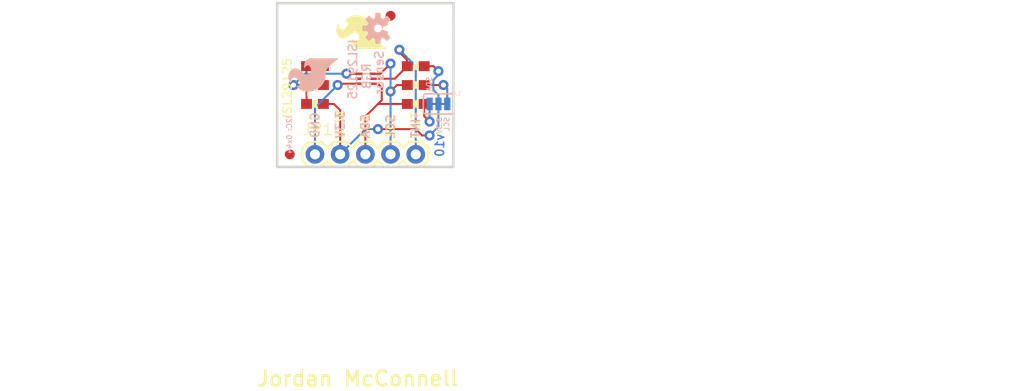
<source format=kicad_pcb>
(kicad_pcb (version 20211014) (generator pcbnew)
  (layers (0 "F.Cu" signal) (31 "B.Cu" signal) (34 "B.Paste" user) (35 "F.Paste" user) (36 "B.SilkS" user "B.Silkscreen") (37 "F.SilkS" user "F.Silkscreen") (38 "B.Mask" user) (39 "F.Mask" user) (44 "Edge.Cuts" user))
  (net 0 "")
  (net 1 "GND")
  (net 2 "3.3V")
  (net 3 "~{INT}")
  (net 4 "SCL")
  (net 5 "SDA")
  (net 6 "N$1")
  (net 7 "N$3")
  (net 8 "N$4")
  (footprint "boardEagle:STAND-OFF" (layer "F.Cu") (at 154.8511 99.2886)
    (fp_text reference "STANDOFF2" hide)
    (fp_text value "STAND-OFF" hide)
    (pad "" np_thru_hole circle (at 0 0) (size 3.302 3.302) (drill 3.302) (layers *.Cu *.Mask))
  )
  (footprint "boardEagle:0603-RES" (layer "F.Cu") (at 153.5811 105.0036)
    (fp_text reference "R3" (at -0.889 -0.762) (layer "F.SilkS") (effects (font (size 0.373888 0.373888) (thickness 0.032512)) (justify left bottom)))
    (fp_text value "10K")
    (fp_poly (pts (xy -0.2286 0.381) (xy 0.2286 0.381) (xy 0.2286 -0.381) (xy -0.2286 -0.381)) (layer "F.SilkS") (width 0) (fill solid))
    (pad "1" smd rect (at -0.85 0) (size 1.1 1) (layers "F.Cu" "F.Paste" "F.Mask") (net 4 "SCL"))
    (pad "2" smd rect (at 0.85 0) (size 1.1 1) (layers "F.Cu" "F.Paste" "F.Mask") (net 8 "N$4"))
  )
  (footprint "boardEagle:CREATIVE_COMMONS" (layer "F.Cu") (at 131.9911 132.3086)
    (fp_text reference "FRAME1" hide)
    (fp_text value "FRAME-LETTER" hide)
  )
  (footprint "boardEagle:0603-CAP" (layer "F.Cu") (at 143.4211 103.0986)
    (fp_text reference "C2" (at -0.889 -0.762) (layer "F.SilkS") (effects (font (size 0.373888 0.373888) (thickness 0.032512)) (justify left bottom)))
    (fp_text value "1.0uF")
    (fp_line (start 0 -0.0305) (end 0 0.0305) (layer "F.SilkS") (width 0.5588))
    (pad "1" smd rect (at -0.85 0) (size 1.1 1) (layers "F.Cu" "F.Paste" "F.Mask") (net 6 "N$1"))
    (pad "2" smd rect (at 0.85 0) (size 1.1 1) (layers "F.Cu" "F.Paste" "F.Mask") (net 1 "GND"))
  )
  (footprint "boardEagle:STAND-OFF" (layer "F.Cu") (at 142.1511 99.2886)
    (fp_text reference "STANDOFF1" hide)
    (fp_text value "STAND-OFF" hide)
    (pad "" np_thru_hole circle (at 0 0) (size 3.302 3.302) (drill 3.302) (layers *.Cu *.Mask))
  )
  (footprint "boardEagle:1X05" (layer "F.Cu") (at 143.4211 111.9886)
    (fp_text reference "JP1" (at -1.3462 -1.8288) (layer "F.SilkS") (effects (font (size 1.143 1.143) (thickness 0.127)) (justify left bottom)))
    (fp_text value "")
    (fp_line (start 8.89 -0.635) (end 9.525 -1.27) (layer "F.SilkS") (width 0.2032))
    (fp_line (start 1.27 -0.635) (end 1.905 -1.27) (layer "F.SilkS") (width 0.2032))
    (fp_line (start 4.445 -1.27) (end 5.715 -1.27) (layer "F.SilkS") (width 0.2032))
    (fp_line (start 3.81 0.635) (end 3.175 1.27) (layer "F.SilkS") (width 0.2032))
    (fp_line (start -0.635 -1.27) (end 0.635 -1.27) (layer "F.SilkS") (width 0.2032))
    (fp_line (start 3.175 -1.27) (end 3.81 -0.635) (layer "F.SilkS") (width 0.2032))
    (fp_line (start 6.35 0.635) (end 5.715 1.27) (layer "F.SilkS") (width 0.2032))
    (fp_line (start 1.27 0.635) (end 0.635 1.27) (layer "F.SilkS") (width 0.2032))
    (fp_line (start 8.89 0.635) (end 8.255 1.27) (layer "F.SilkS") (width 0.2032))
    (fp_line (start 1.905 -1.27) (end 3.175 -1.27) (layer "F.SilkS") (width 0.2032))
    (fp_line (start 0.635 1.27) (end -0.635 1.27) (layer "F.SilkS") (width 0.2032))
    (fp_line (start 6.985 -1.27) (end 6.35 -0.635) (layer "F.SilkS") (width 0.2032))
    (fp_line (start 5.715 -1.27) (end 6.35 -0.635) (layer "F.SilkS") (width 0.2032))
    (fp_line (start 3.81 -0.635) (end 4.445 -1.27) (layer "F.SilkS") (width 0.2032))
    (fp_line (start 10.795 1.27) (end 9.525 1.27) (layer "F.SilkS") (width 0.2032))
    (fp_line (start 1.905 1.27) (end 1.27 0.635) (layer "F.SilkS") (width 0.2032))
    (fp_line (start 8.255 1.27) (end 6.985 1.27) (layer "F.SilkS") (width 0.2032))
    (fp_line (start 9.525 -1.27) (end 10.795 -1.27) (layer "F.SilkS") (width 0.2032))
    (fp_line (start -0.635 -1.27) (end -1.27 -0.635) (layer "F.SilkS") (width 0.2032))
    (fp_line (start 0.635 -1.27) (end 1.27 -0.635) (layer "F.SilkS") (width 0.2032))
    (fp_line (start 4.445 1.27) (end 3.81 0.635) (layer "F.SilkS") (width 0.2032))
    (fp_line (start -1.27 -0.635) (end -1.27 0.635) (layer "F.SilkS") (width 0.2032))
    (fp_line (start -1.27 0.635) (end -0.635 1.27) (layer "F.SilkS") (width 0.2032))
    (fp_line (start 3.175 1.27) (end 1.905 1.27) (layer "F.SilkS") (width 0.2032))
    (fp_line (start 8.255 -1.27) (end 8.89 -0.635) (layer "F.SilkS") (width 0.2032))
    (fp_line (start 11.43 0.635) (end 10.795 1.27) (layer "F.SilkS") (width 0.2032))
    (fp_line (start 6.35 0.635) (end 6.985 1.27) (layer "F.SilkS") (width 0.2032))
    (fp_line (start 5.715 1.27) (end 4.445 1.27) (layer "F.SilkS") (width 0.2032))
    (fp_line (start 6.985 -1.27) (end 8.255 -1.27) (layer "F.SilkS") (width 0.2032))
    (fp_line (start 9.525 1.27) (end 8.89 0.635) (layer "F.SilkS") (width 0.2032))
    (fp_line (start 11.43 -0.635) (end 11.43 0.635) (layer "F.SilkS") (width 0.2032))
    (fp_line (start 10.795 -1.27) (end 11.43 -0.635) (layer "F.SilkS") (width 0.2032))
    (pad "1" thru_hole circle (at 0 0 90) (size 1.8796 1.8796) (drill 1.016) (layers *.Cu *.Mask) (net 1 "GND"))
    (pad "2" thru_hole circle (at 2.54 0 90) (size 1.8796 1.8796) (drill 1.016) (layers *.Cu *.Mask) (net 2 "3.3V"))
    (pad "3" thru_hole circle (at 5.08 0 90) (size 1.8796 1.8796) (drill 1.016) (layers *.Cu *.Mask) (net 5 "SDA"))
    (pad "4" thru_hole circle (at 7.62 0 90) (size 1.8796 1.8796) (drill 1.016) (layers *.Cu *.Mask) (net 4 "SCL"))
    (pad "5" thru_hole circle (at 10.16 0 90) (size 1.8796 1.8796) (drill 1.016) (layers *.Cu *.Mask) (net 3 "~{INT}"))
  )
  (footprint "boardEagle:FIDUCIAL-1X2" (layer "F.Cu") (at 151.0411 98.0186)
    (fp_text reference "FID1" hide)
    (fp_text value "FIDUCIAL1X2" hide)
    (pad "1" smd roundrect (at 0 0) (size 1 1) (layers "F.Cu" "F.Mask") (roundrect_rratio 0.5))
  )
  (footprint "boardEagle:0603-RES" (layer "F.Cu") (at 153.5811 103.0986)
    (fp_text reference "R4" (at -0.889 -0.762) (layer "F.SilkS") (effects (font (size 0.373888 0.373888) (thickness 0.032512)) (justify left bottom)))
    (fp_text value "10K")
    (fp_poly (pts (xy -0.2286 0.381) (xy 0.2286 0.381) (xy 0.2286 -0.381) (xy -0.2286 -0.381)) (layer "F.SilkS") (width 0) (fill solid))
    (pad "1" smd rect (at -0.85 0) (size 1.1 1) (layers "F.Cu" "F.Paste" "F.Mask") (net 3 "~{INT}"))
    (pad "2" smd rect (at 0.85 0) (size 1.1 1) (layers "F.Cu" "F.Paste" "F.Mask") (net 2 "3.3V"))
  )
  (footprint "boardEagle:0603-CAP" (layer "F.Cu") (at 143.4211 105.0036)
    (fp_text reference "C1" (at -0.889 -0.762) (layer "F.SilkS") (effects (font (size 0.373888 0.373888) (thickness 0.032512)) (justify left bottom)))
    (fp_text value "0.1uF")
    (fp_line (start 0 -0.0305) (end 0 0.0305) (layer "F.SilkS") (width 0.5588))
    (pad "1" smd rect (at -0.85 0) (size 1.1 1) (layers "F.Cu" "F.Paste" "F.Mask") (net 6 "N$1"))
    (pad "2" smd rect (at 0.85 0) (size 1.1 1) (layers "F.Cu" "F.Paste" "F.Mask") (net 1 "GND"))
  )
  (footprint "boardEagle:SFE_LOGO_FLAME_.2" (layer "F.Cu") (at 150.9141 101.7016 90)
    (fp_text reference "LOGO4" hide)
    (fp_text value "SFE_LOGO_FLAME.2_INCH" hide)
    (fp_poly (pts (xy 2.35 -5.35) (xy 2.53 -5.3) (xy 2.68 -5.24) (xy 2.8 -5.17) (xy 2.87 -5.12) (xy 2.9 -5.1) (xy 2.89 -5.1) (xy 2.85 -5.11) (xy 2.72 -5.11) (xy 2.63 -5.1) (xy 2.55 -5.08) (xy 2.47 -5.04) (xy 2.39 -4.97) (xy 2.35 -4.92) (xy 2.32 -4.86) (xy 2.3 -4.81) (xy 2.29 -4.75) (xy 2.3 -4.69) (xy 2.32 -4.62) (xy 2.36 -4.56) (xy 2.41 -4.48) (xy 2.46 -4.43) (xy 2.53 -4.37) (xy 2.67 -4.27) (xy 2.75 -4.23) (xy 2.89 -4.19) (xy 2.96 -4.19) (xy 3.03 -4.22) (xy 3.08 -4.27) (xy 3.11 -4.32) (xy 3.13 -4.44) (xy 3.12 -4.49) (xy 3.12 -4.55) (xy 3.28 -4.45) (xy 3.45 -4.28) (xy 3.58 -4.04) (xy 3.68 -3.76) (xy 3.73 -3.43) (xy 3.71 -3.08) (xy 3.61 -2.72) (xy 3.42 -2.35) (xy 3.28 -2.17) (xy 3.13 -2.01) (xy 2.96 -1.88) (xy 2.77 -1.76) (xy 2.57 -1.67) (xy 2.35 -1.61) (xy 2.11 -1.58) (xy 1.72 -1.58) (xy 1.61 -1.55) (xy 1.5 -1.5) (xy 1.4 -1.43) (xy 1.3 -1.34) (xy 1.19 -1.23) (xy 1.08 -1.1) (xy 0.95 -0.96) (xy 0.83 -0.83) (xy 0.72 -0.71) (xy 0.62 -0.59) (xy 0.53 -0.49) (xy 0.46 -0.4) (xy 0.4 -0.33) (xy 0.36 -0.29) (xy 0.35 -0.27) (xy 0.35 -2.84) (xy 0.36 -3.03) (xy 0.38 -3.19) (xy 0.42 -3.33) (xy 0.48 -3.44) (xy 0.55 -3.53) (xy 0.63 -3.61) (xy 0.72 -3.67) (xy 0.82 -3.71) (xy 0.93 -3.74) (xy 1.03 -3.76) (xy 1.21 -3.76) (xy 1.28 -3.75) (xy 1.33 -3.73) (xy 1.36 -3.72) (xy 1.37 -3.72) (xy 1.36 -3.71) (xy 1.3 -3.68) (xy 1.25 -3.66) (xy 1.21 -3.63) (xy 1.16 -3.59) (xy 1.12 -3.55) (xy 1.09 -3.51) (xy 1.07 -3.45) (xy 1.07 -3.38) (xy 1.09 -3.31) (xy 1.12 -3.25) (xy 1.18 -3.19) (xy 1.25 -3.13) (xy 1.34 -3.1) (xy 1.45 -3.07) (xy 1.61 -3.07) (xy 1.75 -3.11) (xy 1.87 -3.19) (xy 1.96 -3.29) (xy 2 -3.42) (xy 2 -3.56) (xy 1.93 -3.71) (xy 1.8 -3.86) (xy 1.63 -4.03) (xy 1.5 -4.2) (xy 1.41 -4.38) (xy 1.36 -4.55) (xy 1.36 -4.72) (xy 1.42 -4.89) (xy 1.53 -5.05) (xy 1.7 -5.19) (xy 1.93 -5.31) (xy 2.15 -5.36)) (layer "F.SilkS") (width 0) (fill solid))
  )
  (footprint "boardEagle:0603-RES" (layer "F.Cu") (at 153.5811 106.9086)
    (fp_text reference "R2" (at -0.889 -0.762) (layer "F.SilkS") (effects (font (size 0.373888 0.373888) (thickness 0.032512)) (justify left bottom)))
    (fp_text value "10K")
    (fp_poly (pts (xy -0.2286 0.381) (xy 0.2286 0.381) (xy 0.2286 -0.381) (xy -0.2286 -0.381)) (layer "F.SilkS") (width 0) (fill solid))
    (pad "1" smd rect (at -0.85 0) (size 1.1 1) (layers "F.Cu" "F.Paste" "F.Mask") (net 5 "SDA"))
    (pad "2" smd rect (at 0.85 0) (size 1.1 1) (layers "F.Cu" "F.Paste" "F.Mask") (net 7 "N$3"))
  )
  (footprint "boardEagle:0603-RES" (layer "F.Cu") (at 143.4211 106.9086)
    (fp_text reference "R1" (at -0.889 -0.762) (layer "F.SilkS") (effects (font (size 0.373888 0.373888) (thickness 0.032512)) (justify left bottom)))
    (fp_text value "100")
    (fp_poly (pts (xy -0.2286 0.381) (xy 0.2286 0.381) (xy 0.2286 -0.381) (xy -0.2286 -0.381)) (layer "F.SilkS") (width 0) (fill solid))
    (pad "1" smd rect (at -0.85 0) (size 1.1 1) (layers "F.Cu" "F.Paste" "F.Mask") (net 6 "N$1"))
    (pad "2" smd rect (at 0.85 0) (size 1.1 1) (layers "F.Cu" "F.Paste" "F.Mask") (net 2 "3.3V"))
  )
  (footprint "boardEagle:ODFN-LD-6" (layer "F.Cu") (at 148.5011 104.3686)
    (fp_text reference "U1" (at -0.8 -1) (layer "F.SilkS") (effects (font (size 0.280416 0.280416) (thickness 0.024384)) (justify left bottom)))
    (fp_text value "ISL29125")
    (fp_circle (center -0.85 -0.85) (end -0.775 -0.85) (layer "F.SilkS") (width 0.075) (fill none))
    (pad "1" smd rect (at -0.645 -0.5 270) (size 0.25 0.75) (layers "F.Cu" "F.Paste" "F.Mask") (net 6 "N$1"))
    (pad "2" smd rect (at -0.72 0 270) (size 0.25 0.6) (layers "F.Cu" "F.Paste" "F.Mask"))
    (pad "3" smd rect (at -0.72 0.5 270) (size 0.25 0.6) (layers "F.Cu" "F.Paste" "F.Mask") (net 1 "GND"))
    (pad "4" smd rect (at 0.72 0.5 90) (size 0.25 0.6) (layers "F.Cu" "F.Paste" "F.Mask") (net 5 "SDA"))
    (pad "5" smd rect (at 0.72 0 270) (size 0.25 0.6) (layers "F.Cu" "F.Paste" "F.Mask") (net 3 "~{INT}"))
    (pad "6" smd rect (at 0.72 -0.5 270) (size 0.25 0.6) (layers "F.Cu" "F.Paste" "F.Mask") (net 4 "SCL"))
  )
  (footprint "boardEagle:FIDUCIAL-1X2" (layer "F.Cu") (at 140.8811 111.9886)
    (fp_text reference "FID2" hide)
    (fp_text value "FIDUCIAL1X2" hide)
    (pad "1" smd roundrect (at 0 0) (size 1 1) (layers "F.Cu" "F.Mask") (roundrect_rratio 0.5))
  )
  (footprint "boardEagle:SJ_3" (layer "B.Cu") (at 155.8671 106.9086 180)
    (fp_text reference "SJ2" (at -1.27 1.27) (layer "B.SilkS") (effects (font (size 0.373888 0.373888) (thickness 0.032512)) (justify right top mirror)))
    (fp_text value "")
    (fp_line (start -1.27 1.016) (end 1.27 1.016) (layer "B.SilkS") (width 0.1524))
    (fp_line (start 1.524 -0.762) (end 1.524 0.762) (layer "B.SilkS") (width 0.1524))
    (fp_line (start 1.27 -1.016) (end -1.27 -1.016) (layer "B.SilkS") (width 0.1524))
    (fp_line (start -1.524 -0.762) (end -1.524 0.762) (layer "B.SilkS") (width 0.1524))
    (fp_arc (start 1.524 0.762) (mid 1.449605 0.941605) (end 1.27 1.016) (layer "B.SilkS") (width 0.1524))
    (fp_arc (start -1.27 1.016) (mid -1.449605 0.941605) (end -1.524 0.762) (layer "B.SilkS") (width 0.1524))
    (fp_arc (start 1.27 -1.016) (mid 1.449605 -0.941605) (end 1.524 -0.762) (layer "B.SilkS") (width 0.1524))
    (fp_arc (start -1.524 -0.762) (mid -1.449605 -0.941605) (end -1.27 -1.016) (layer "B.SilkS") (width 0.1524))
    (pad "1" smd rect (at -0.889 0 180) (size 0.635 1.27) (layers "B.Cu" "B.Mask") (net 8 "N$4"))
    (pad "2" smd rect (at 0 0 180) (size 0.635 1.27) (layers "B.Cu" "B.Mask") (net 2 "3.3V"))
    (pad "3" smd rect (at 0.889 0 180) (size 0.635 1.27) (layers "B.Cu" "B.Mask") (net 7 "N$3"))
  )
  (footprint "boardEagle:SFE_LOGO_FLAME_.2" (layer "B.Cu") (at 146.0881 101.9556 -90)
    (fp_text reference "LOGO2" hide)
    (fp_text value "SFE_LOGO_FLAME.2_INCH" hide)
    (fp_poly (pts (xy 2.35 5.35) (xy 2.53 5.3) (xy 2.68 5.24) (xy 2.8 5.17) (xy 2.87 5.12) (xy 2.9 5.1) (xy 2.89 5.1) (xy 2.85 5.11) (xy 2.72 5.11) (xy 2.63 5.1) (xy 2.55 5.08) (xy 2.47 5.04) (xy 2.39 4.97) (xy 2.35 4.92) (xy 2.32 4.86) (xy 2.3 4.81) (xy 2.29 4.75) (xy 2.3 4.69) (xy 2.32 4.62) (xy 2.36 4.56) (xy 2.41 4.48) (xy 2.46 4.43) (xy 2.53 4.37) (xy 2.67 4.27) (xy 2.75 4.23) (xy 2.89 4.19) (xy 2.96 4.19) (xy 3.03 4.22) (xy 3.08 4.27) (xy 3.11 4.32) (xy 3.13 4.44) (xy 3.12 4.49) (xy 3.12 4.55) (xy 3.28 4.45) (xy 3.45 4.28) (xy 3.58 4.04) (xy 3.68 3.76) (xy 3.73 3.43) (xy 3.71 3.08) (xy 3.61 2.72) (xy 3.42 2.35) (xy 3.28 2.17) (xy 3.13 2.01) (xy 2.96 1.88) (xy 2.77 1.76) (xy 2.57 1.67) (xy 2.35 1.61) (xy 2.11 1.58) (xy 1.72 1.58) (xy 1.61 1.55) (xy 1.5 1.5) (xy 1.4 1.43) (xy 1.3 1.34) (xy 1.19 1.23) (xy 1.08 1.1) (xy 0.95 0.96) (xy 0.83 0.83) (xy 0.72 0.71) (xy 0.62 0.59) (xy 0.53 0.49) (xy 0.46 0.4) (xy 0.4 0.33) (xy 0.36 0.29) (xy 0.35 0.27) (xy 0.35 2.84) (xy 0.36 3.03) (xy 0.38 3.19) (xy 0.42 3.33) (xy 0.48 3.44) (xy 0.55 3.53) (xy 0.63 3.61) (xy 0.72 3.67) (xy 0.82 3.71) (xy 0.93 3.74) (xy 1.03 3.76) (xy 1.21 3.76) (xy 1.28 3.75) (xy 1.33 3.73) (xy 1.36 3.72) (xy 1.37 3.72) (xy 1.36 3.71) (xy 1.3 3.68) (xy 1.25 3.66) (xy 1.21 3.63) (xy 1.16 3.59) (xy 1.12 3.55) (xy 1.09 3.51) (xy 1.07 3.45) (xy 1.07 3.38) (xy 1.09 3.31) (xy 1.12 3.25) (xy 1.18 3.19) (xy 1.25 3.13) (xy 1.34 3.1) (xy 1.45 3.07) (xy 1.61 3.07) (xy 1.75 3.11) (xy 1.87 3.19) (xy 1.96 3.29) (xy 2 3.42) (xy 2 3.56) (xy 1.93 3.71) (xy 1.8 3.86) (xy 1.63 4.03) (xy 1.5 4.2) (xy 1.41 4.38) (xy 1.36 4.55) (xy 1.36 4.72) (xy 1.42 4.89) (xy 1.53 5.05) (xy 1.7 5.19) (xy 1.93 5.31) (xy 2.15 5.36)) (layer "B.SilkS") (width 0) (fill solid))
  )
  (footprint "boardEagle:OSHW-LOGO-S" (layer "B.Cu") (at 149.7711 99.2886 -90)
    (fp_text reference "LOGO3" hide)
    (fp_text value "OSHW-LOGOS" hide)
    (fp_poly (pts (xy 0.301647 1.061351) (xy 0.42347 1.022344) (xy 0.537177 0.963769) (xy 0.92862 1.282946) (xy 1.282946 0.92862) (xy 0.961035 0.533823) (xy 1.057046 0.302084) (xy 1.5638 0.250561) (xy 1.5638 -0.250561) (xy 1.057046 -0.302084) (xy 0.961035 -0.533823) (xy 1.282946 -0.92862) (xy 0.92862 -1.282946) (xy 0.537177 -0.96377) (xy 0.356601 -1.056794) (xy 0.088679 -0.410073) (xy 0.326262 -0.2176) (xy 0.373649 -0.121468) (xy 0.392729 -0.010339) (xy 0.379464 0.101634) (xy 0.334947 0.205229) (xy 0.262842 0.291918) (xy 0.169087 0.354561) (xy 0.061406 0.387999) (xy -0.051342 0.38948) (xy -0.159868 0.358881) (xy -0.255234 0.298724) (xy -0.329589 0.213962) (xy -0.376813 0.111569) (xy -0.392176 0.005767) (xy -0.322923 -0.222565) (xy -0.249312 -0.303773) (xy 0.091677 -0.5081) (xy -0.12929 -0.5081) (xy -0.355332 -1.053732) (xy -0.506597 -0.983577) (xy -0.538922 -0.965192) (xy -0.92862 -1.282946) (xy -1.282946 -0.92862) (xy -0.961035 -0.533823) (xy -1.057046 -0.302084) (xy -1.5638 -0.250561) (xy -1.5638 0.250561) (xy -1.057046 0.302084) (xy -0.961035 0.533823) (xy -1.282946 0.92862) (xy -0.92862 1.282946) (xy -0.533823 0.961035) (xy -0.302084 1.057046) (xy -0.250561 1.5638) (xy 0.250561 1.5638)) (layer "B.SilkS") (width 0) (fill solid))
  )
  (gr_line (start 139.6111 96.7486) (end 139.6111 113.2586) (layer "Edge.Cuts") (width 0.254))
  (gr_line (start 157.3911 96.7486) (end 139.6111 96.7486) (layer "Edge.Cuts") (width 0.254))
  (gr_line (start 139.6111 113.2586) (end 157.3711 113.2586) (layer "Edge.Cuts") (width 0.254))
  (gr_line (start 157.3711 113.2586) (end 157.3911 96.7486) (layer "Edge.Cuts") (width 0.254))
  (gr_text "v10" (at 156.5021 109.8296 -270) (layer "B.Cu") (effects (font (size 0.8636 0.8636) (thickness 0.1524)) (justify left bottom mirror)))
  (gr_text "Sensor" (at 150.4061 101.4476 -270) (layer "B.SilkS") (effects (font (size 0.8636 0.8636) (thickness 0.1524)) (justify left bottom mirror)))
  (gr_text "SDA" (at 147.9931 110.4646 -270) (layer "B.SilkS") (effects (font (size 0.8636 0.8636) (thickness 0.1524)) (justify right top mirror)))
  (gr_text "3.3V" (at 156.2481 108.1786 -270) (layer "B.SilkS") (effects (font (size 0.51816 0.51816) (thickness 0.09144)) (justify left bottom mirror)))
  (gr_text "3.3V" (at 145.4531 110.4646 -270) (layer "B.SilkS") (effects (font (size 0.8636 0.8636) (thickness 0.1524)) (justify right top mirror)))
  (gr_text "ISL29125" (at 147.7391 100.3046 -270) (layer "B.SilkS") (effects (font (size 0.8636 0.8636) (thickness 0.1524)) (justify left bottom mirror)))
  (gr_text "SCL" (at 150.5331 110.4646 -270) (layer "B.SilkS") (effects (font (size 0.8636 0.8636) (thickness 0.1524)) (justify right top mirror)))
  (gr_text "~INT" (at 153.0731 110.4646 -270) (layer "B.SilkS") (effects (font (size 0.8636 0.8636) (thickness 0.1524)) (justify right top mirror)))
  (gr_text "SCL" (at 157.0101 108.1786 -270) (layer "B.SilkS") (effects (font (size 0.51816 0.51816) (thickness 0.09144)) (justify left bottom mirror)))
  (gr_text "SDA" (at 155.2321 104.1146 -270) (layer "B.SilkS") (effects (font (size 0.51816 0.51816) (thickness 0.09144)) (justify left bottom mirror)))
  (gr_text "GND" (at 142.9131 110.4646 -270) (layer "B.SilkS") (effects (font (size 0.8636 0.8636) (thickness 0.1524)) (justify right top mirror)))
  (gr_text "RGB" (at 149.1361 102.7176 -270) (layer "B.SilkS") (effects (font (size 0.8636 0.8636) (thickness 0.1524)) (justify left bottom mirror)))
  (gr_text "I2C: 0x44" (at 141.1351 108.0516 -270) (layer "B.SilkS") (effects (font (size 0.51816 0.51816) (thickness 0.09144)) (justify left bottom mirror)))
  (gr_text "Jordan McConnell" (at 137.4521 135.4836) (layer "F.SilkS") (effects (font (size 1.5113 1.5113) (thickness 0.2667)) (justify left bottom)))
  (gr_text "ISL29125" (at 141.1351 108.4326 90) (layer "F.SilkS") (effects (font (size 0.8636 0.8636) (thickness 0.1524)) (justify left bottom)))
  (gr_text "SDA" (at 149.0091 110.4646 90) (layer "F.SilkS") (effects (font (size 0.8636 0.8636) (thickness 0.1524)) (justify left bottom)))
  (gr_text "~INT" (at 154.0891 110.4646 90) (layer "F.SilkS") (effects (font (size 0.8636 0.8636) (thickness 0.1524)) (justify left bottom)))
  (gr_text "3.3V" (at 146.4691 110.4646 90) (layer "F.SilkS") (effects (font (size 0.8636 0.8636) (thickness 0.1524)) (justify left bottom)))
  (gr_text "SCL" (at 151.5491 110.4646 90) (layer "F.SilkS") (effects (font (size 0.8636 0.8636) (thickness 0.1524)) (justify left bottom)))
  (gr_text "GND" (at 143.9291 110.4646 90) (layer "F.SilkS") (effects (font (size 0.8636 0.8636) (thickness 0.1524)) (justify left bottom)))
  (segment (start 145.8421 104.8686) (end 145.7071 105.0036) (width 0.2032) (layer "F.Cu") (net 1))
  (segment (start 145.9691 104.8686) (end 145.8421 104.8686) (width 0.2032) (layer "F.Cu") (net 1))
  (segment (start 147.7811 104.8686) (end 145.9691 104.8686) (width 0.2032) (layer "F.Cu") (net 1))
  (segment (start 144.2711 103.0986) (end 144.2711 105.0036) (width 0.2032) (layer "F.Cu") (net 1))
  (via (at 145.7071 105.0036) (size 1.016) (drill 0.508) (layers "F.Cu" "B.Cu") (net 1))
  (segment (start 143.4211 108.1786) (end 143.4211 107.2896) (width 0.2032) (layer "B.Cu") (net 1))
  (segment (start 143.4211 107.2896) (end 145.7071 105.0036) (width 0.2032) (layer "B.Cu") (net 1))
  (segment (start 143.4211 111.9886) (end 143.4211 108.1786) (width 0.2032) (layer "B.Cu") (net 1))
  (segment (start 153.5811 109.4486) (end 149.7711 109.4486) (width 0.2032) (layer "F.Cu") (net 2))
  (segment (start 145.9611 111.9886) (end 145.9611 108.8136) (width 0.2032) (layer "F.Cu") (net 2))
  (segment (start 145.9611 108.8136) (end 145.9611 107.5436) (width 0.2032) (layer "F.Cu") (net 2))
  (segment (start 154.4311 103.0986) (end 155.3591 103.0986) (width 0.2032) (layer "F.Cu") (net 2))
  (segment (start 145.9611 107.5436) (end 145.3261 106.9086) (width 0.2032) (layer "F.Cu") (net 2))
  (segment (start 154.2161 110.0836) (end 153.5811 109.4486) (width 0.2032) (layer "F.Cu") (net 2))
  (segment (start 154.9781 110.0836) (end 154.2161 110.0836) (width 0.2032) (layer "F.Cu") (net 2))
  (segment (start 145.3261 106.9086) (end 144.2711 106.9086) (width 0.2032) (layer "F.Cu") (net 2))
  (segment (start 155.3591 103.0986) (end 155.8671 103.6066) (width 0.2032) (layer "F.Cu") (net 2))
  (via (at 154.9781 110.0836) (size 1.016) (drill 0.508) (layers "F.Cu" "B.Cu") (net 2))
  (via (at 155.8671 103.6066) (size 1.016) (drill 0.508) (layers "F.Cu" "B.Cu") (net 2))
  (via (at 149.7711 109.4486) (size 1.016) (drill 0.508) (layers "F.Cu" "B.Cu") (net 2))
  (segment (start 154.8511 106.9086) (end 155.4861 106.9086) (width 0.2032) (layer "B.Cu") (net 2))
  (segment (start 155.4861 106.9086) (end 155.8671 106.9086) (width 0.2032) (layer "B.Cu") (net 2))
  (segment (start 155.8671 106.0196) (end 155.8671 106.9086) (width 0.2032) (layer "B.Cu") (net 2))
  (segment (start 155.3591 104.4956) (end 155.3591 105.5116) (width 0.2032) (layer "B.Cu") (net 2))
  (segment (start 155.8671 103.6066) (end 155.8671 103.9876) (width 0.2032) (layer "B.Cu") (net 2))
  (segment (start 149.7711 109.4486) (end 148.5011 109.4486) (width 0.2032) (layer "B.Cu") (net 2))
  (segment (start 155.8671 109.1946) (end 154.9781 110.0836) (width 0.2032) (layer "B.Cu") (net 2))
  (segment (start 155.3591 105.5116) (end 155.8671 106.0196) (width 0.2032) (layer "B.Cu") (net 2))
  (segment (start 155.8671 106.9086) (end 155.8671 109.1946) (width 0.2032) (layer "B.Cu") (net 2))
  (segment (start 155.8671 106.9086) (end 156.8831 106.9086) (width 0.2032) (layer "B.Cu") (net 2))
  (segment (start 148.5011 109.4486) (end 145.9611 111.9886) (width 0.2032) (layer "B.Cu") (net 2))
  (segment (start 155.8671 103.9876) (end 155.3591 104.4956) (width 0.2032) (layer "B.Cu") (net 2))
  (segment (start 152.7311 103.0986) (end 152.3111 103.0986) (width 0.2032) (layer "F.Cu") (net 3))
  (segment (start 151.9301 101.7016) (end 152.6921 102.4636) (width 0.2032) (layer "F.Cu") (net 3))
  (segment (start 151.0411 104.3686) (end 149.2211 104.3686) (width 0.2032) (layer "F.Cu") (net 3))
  (segment (start 151.4611 104.3686) (end 152.7311 103.0986) (width 0.2032) (layer "F.Cu") (net 3))
  (segment (start 152.6921 102.4636) (end 152.6921 103.0596) (width 0.2032) (layer "F.Cu") (net 3))
  (segment (start 152.6921 103.0596) (end 152.7311 103.0986) (width 0.2032) (layer "F.Cu") (net 3))
  (segment (start 151.0411 104.3686) (end 151.4611 104.3686) (width 0.2032) (layer "F.Cu") (net 3))
  (segment (start 151.9301 101.4476) (end 151.9301 101.7016) (width 0.2032) (layer "F.Cu") (net 3))
  (segment (start 152.6921 103.0596) (end 152.7311 103.0986) (width 0.2032) (layer "F.Cu") (net 3))
  (via (at 151.9301 101.4476) (size 1.016) (drill 0.508) (layers "F.Cu" "B.Cu") (net 3))
  (segment (start 153.5811 111.9886) (end 153.5811 103.8606) (width 0.2032) (layer "B.Cu") (net 3))
  (segment (start 153.5811 103.8606) (end 153.5811 103.0986) (width 0.2032) (layer "B.Cu") (net 3))
  (segment (start 153.5811 103.0986) (end 152.3111 101.8286) (width 0.2032) (layer "B.Cu") (net 3))
  (segment (start 152.3111 101.8286) (end 151.9301 101.4476) (width 0.2032) (layer "B.Cu") (net 3))
  (segment (start 151.6761 105.0036) (end 152.7311 105.0036) (width 0.2032) (layer "F.Cu") (net 4))
  (segment (start 151.0411 105.6386) (end 151.6761 105.0036) (width 0.2032) (layer "F.Cu") (net 4))
  (segment (start 149.2211 103.8686) (end 150.0171 103.8686) (width 0.2032) (layer "F.Cu") (net 4))
  (segment (start 150.0171 103.8686) (end 151.0411 102.8446) (width 0.2032) (layer "F.Cu") (net 4))
  (via (at 151.0411 105.6386) (size 1.016) (drill 0.508) (layers "F.Cu" "B.Cu") (net 4))
  (via (at 151.0411 102.8446) (size 1.016) (drill 0.508) (layers "F.Cu" "B.Cu") (net 4))
  (segment (start 151.0411 102.8446) (end 151.0411 105.6386) (width 0.2032) (layer "B.Cu") (net 4))
  (segment (start 151.0411 111.9886) (end 151.0411 105.6386) (width 0.2032) (layer "B.Cu") (net 4))
  (segment (start 150.1521 105.2576) (end 150.1521 106.5276) (width 0.2032) (layer "F.Cu") (net 5))
  (segment (start 149.2211 104.8686) (end 149.7631 104.8686) (width 0.2032) (layer "F.Cu") (net 5))
  (segment (start 149.7631 104.8686) (end 150.1521 105.2576) (width 0.2032) (layer "F.Cu") (net 5))
  (segment (start 148.5011 108.1786) (end 148.5011 111.9886) (width 0.2032) (layer "F.Cu") (net 5))
  (segment (start 150.1521 106.5276) (end 149.7711 106.9086) (width 0.2032) (layer "F.Cu") (net 5))
  (segment (start 149.7711 106.9086) (end 148.5011 108.1786) (width 0.2032) (layer "F.Cu") (net 5))
  (segment (start 152.7311 106.9086) (end 149.7711 106.9086) (width 0.2032) (layer "F.Cu") (net 5))
  (segment (start 146.6041 103.8686) (end 146.5961 103.8606) (width 0.2032) (layer "F.Cu") (net 6))
  (segment (start 141.2621 105.0036) (end 142.5711 105.0036) (width 0.2032) (layer "F.Cu") (net 6))
  (segment (start 147.8561 103.8686) (end 146.6041 103.8686) (width 0.2032) (layer "F.Cu") (net 6))
  (segment (start 142.5711 105.0036) (end 142.5711 103.0986) (width 0.2032) (layer "F.Cu") (net 6))
  (segment (start 142.5711 106.9086) (end 142.5711 105.0036) (width 0.2032) (layer "F.Cu") (net 6))
  (via (at 141.2621 105.0036) (size 1.016) (drill 0.508) (layers "F.Cu" "B.Cu") (net 6))
  (via (at 146.5961 103.8606) (size 1.016) (drill 0.508) (layers "F.Cu" "B.Cu") (net 6))
  (segment (start 142.0241 104.2416) (end 141.2621 105.0036) (width 0.2032) (layer "B.Cu") (net 6))
  (segment (start 142.3971 103.8686) (end 142.0241 104.2416) (width 0.2032) (layer "B.Cu") (net 6))
  (segment (start 146.5961 103.8606) (end 142.4051 103.8606) (width 0.2032) (layer "B.Cu") (net 6))
  (segment (start 142.4051 103.8606) (end 142.0241 104.2416) (width 0.2032) (layer "B.Cu") (net 6))
  (segment (start 154.4311 108.1396) (end 154.9781 108.6866) (width 0.2032) (layer "F.Cu") (net 7))
  (segment (start 154.4311 106.9086) (end 154.4311 108.1396) (width 0.2032) (layer "F.Cu") (net 7))
  (via (at 154.9781 108.6866) (size 1.016) (drill 0.508) (layers "F.Cu" "B.Cu") (net 7))
  (segment (start 154.9781 108.6866) (end 154.9781 106.9086) (width 0.2032) (layer "B.Cu") (net 7))
  (segment (start 154.4311 105.0036) (end 155.3591 105.0036) (width 0.2032) (layer "F.Cu") (net 8))
  (segment (start 155.3591 105.0036) (end 156.3751 105.0036) (width 0.2032) (layer "F.Cu") (net 8))
  (via (at 156.3751 105.0036) (size 1.016) (drill 0.508) (layers "F.Cu" "B.Cu") (net 8))
  (segment (start 156.3751 105.0036) (end 156.7561 105.3846) (width 0.2032) (layer "B.Cu") (net 8))
  (segment (start 156.7561 106.1466) (end 156.7561 106.9086) (width 0.2032) (layer "B.Cu") (net 8))
  (segment (start 156.7561 105.3846) (end 156.7561 106.1466) (width 0.2032) (layer "B.Cu") (net 8))
)
</source>
